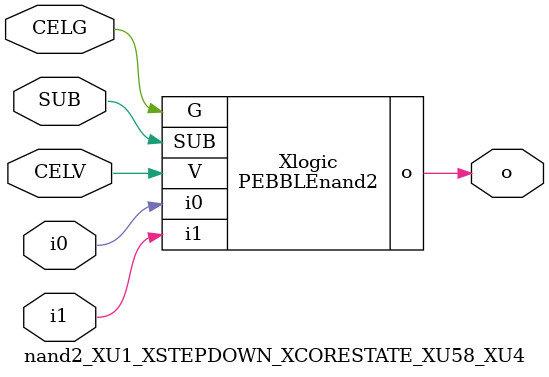
<source format=v>



module PEBBLEnand2 ( o, G, SUB, V, i0, i1 );

  input i0;
  input V;
  input i1;
  input G;
  output o;
  input SUB;
endmodule

//Celera Confidential Do Not Copy nand2_XU1_XSTEPDOWN_XCORESTATE_XU58_XU4
//Celera Confidential Symbol Generator
//5V NAND2
module nand2_XU1_XSTEPDOWN_XCORESTATE_XU58_XU4 (CELV,CELG,i0,i1,o,SUB);
input CELV;
input CELG;
input i0;
input i1;
input SUB;
output o;

//Celera Confidential Do Not Copy nand2
PEBBLEnand2 Xlogic(
.V (CELV),
.i0 (i0),
.i1 (i1),
.o (o),
.SUB (SUB),
.G (CELG)
);
//,diesize,PEBBLEnand2

//Celera Confidential Do Not Copy Module End
//Celera Schematic Generator
endmodule

</source>
